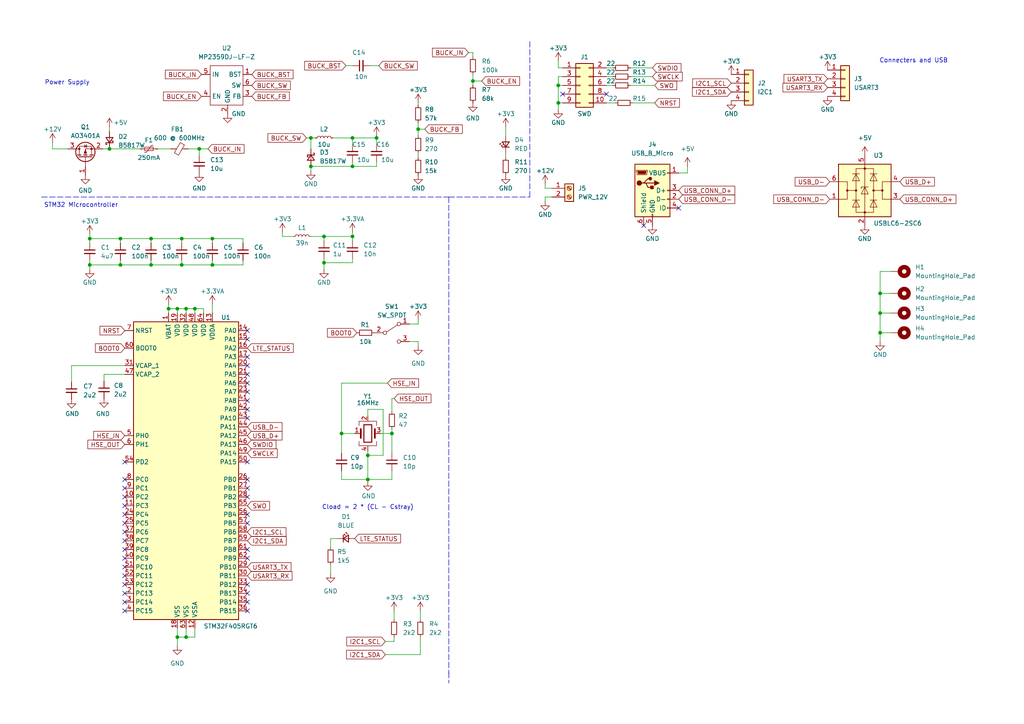
<source format=kicad_sch>
(kicad_sch (version 20211123) (generator eeschema)
  (paper "A4")
  (title_block (title "STM32_USB_Buck") (date "2022-05-16") (rev "v1.0") (company "Polar"))
  (lib_symbols
    (symbol "Connector:Screw_Terminal_01x02" (pin_names (offset 1.016) hide)
      (property "Reference" "J" (at 0 2.54 0))
      (property "Value" "Screw_Terminal_01x02" (at 0 -5.08 0))
      (symbol "Screw_Terminal_01x02_1_1"
        (pin passive line (at -5.08 0 0) (length 3.81) (name "Pin_1") (number "1"))
        (pin passive line (at -5.08 -2.54 0) (length 3.81) (name "Pin_2") (number "2"))
      )
    )
    (symbol "Connector:USB_B_Micro" (pin_names (offset 1.016))
      (property "Reference" "J" (at -5.08 11.43 0))
      (property "Value" "USB_B_Micro" (at -5.08 8.89 0))
      (symbol "USB_B_Micro_1_1"
        (pin power_out line (at 7.62 5.08 180) (length 2.54) (name "VBUS") (number "1"))
        (pin bidirectional line (at 7.62 -2.54 180) (length 2.54) (name "D-") (number "2"))
        (pin bidirectional line (at 7.62 0 180) (length 2.54) (name "D+") (number "3"))
        (pin passive line (at 7.62 -5.08 180) (length 2.54) (name "ID") (number "4"))
        (pin power_out line (at 0 -10.16 90) (length 2.54) (name "GND") (number "5"))
        (pin passive line (at -2.54 -10.16 90) (length 2.54) (name "Shield") (number "6"))
      )
    )
    (symbol "Connector_Generic:Conn_01x04" (pin_names (offset 1.016) hide)
      (property "Reference" "J" (at 0 5.08 0))
      (property "Value" "Conn_01x04" (at 0 -7.62 0))
      (symbol "Conn_01x04_1_1"
        (pin passive line (at -5.08 2.54 0) (length 3.81) (name "Pin_1") (number "1"))
        (pin passive line (at -5.08 0 0) (length 3.81) (name "Pin_2") (number "2"))
        (pin passive line (at -5.08 -2.54 0) (length 3.81) (name "Pin_3") (number "3"))
        (pin passive line (at -5.08 -5.08 0) (length 3.81) (name "Pin_4") (number "4"))
      )
    )
    (symbol "Connector_Generic:Conn_02x05_Odd_Even" (pin_names (offset 1.016) hide)
      (property "Reference" "J" (at 1.27 7.62 0))
      (property "Value" "Conn_02x05_Odd_Even" (at 1.27 -7.62 0))
      (symbol "Conn_02x05_Odd_Even_1_1"
        (pin passive line (at -5.08 5.08 0) (length 3.81) (name "Pin_1") (number "1"))
        (pin passive line (at 7.62 -5.08 180) (length 3.81) (name "Pin_10") (number "10"))
        (pin passive line (at 7.62 5.08 180) (length 3.81) (name "Pin_2") (number "2"))
        (pin passive line (at -5.08 2.54 0) (length 3.81) (name "Pin_3") (number "3"))
        (pin passive line (at 7.62 2.54 180) (length 3.81) (name "Pin_4") (number "4"))
        (pin passive line (at -5.08 0 0) (length 3.81) (name "Pin_5") (number "5"))
        (pin passive line (at 7.62 0 180) (length 3.81) (name "Pin_6") (number "6"))
        (pin passive line (at -5.08 -2.54 0) (length 3.81) (name "Pin_7") (number "7"))
        (pin passive line (at 7.62 -2.54 180) (length 3.81) (name "Pin_8") (number "8"))
        (pin passive line (at -5.08 -5.08 0) (length 3.81) (name "Pin_9") (number "9"))
      )
    )
    (symbol "Device:C_Small" (pin_numbers hide) (pin_names (offset 0.254) hide)
      (property "Reference" "C" (at 0.254 1.778 0))
      (property "Value" "C_Small" (at 0.254 -2.032 0))
      (symbol "C_Small_1_1"
        (pin passive line (at 0 2.54 270) (length 2.032) (name "~") (number "1"))
        (pin passive line (at 0 -2.54 90) (length 2.032) (name "~") (number "2"))
      )
    )
    (symbol "Device:Crystal_GND24" (pin_names (offset 1.016) hide)
      (property "Reference" "Y" (at 3.175 5.08 0))
      (property "Value" "Crystal_GND24" (at 3.175 3.175 0))
      (symbol "Crystal_GND24_1_1"
        (pin passive line (at -3.81 0 0) (length 1.27) (name "1") (number "1"))
        (pin passive line (at 0 5.08 270) (length 1.27) (name "2") (number "2"))
        (pin passive line (at 3.81 0 180) (length 1.27) (name "3") (number "3"))
        (pin passive line (at 0 -5.08 90) (length 1.27) (name "4") (number "4"))
      )
    )
    (symbol "Device:D_Schottky_Small" (pin_numbers hide) (pin_names (offset 0.254) hide)
      (property "Reference" "D" (at -1.27 2.032 0))
      (property "Value" "D_Schottky_Small" (at -7.112 -2.032 0))
      (symbol "D_Schottky_Small_1_1"
        (pin passive line (at -2.54 0 0) (length 1.778) (name "K") (number "1"))
        (pin passive line (at 2.54 0 180) (length 1.778) (name "A") (number "2"))
      )
    )
    (symbol "Device:FerriteBead_Small" (pin_numbers hide) (pin_names (offset 0))
      (property "Reference" "FB" (at 1.905 1.27 0))
      (property "Value" "FerriteBead_Small" (at 1.905 -1.27 0))
      (symbol "FerriteBead_Small_1_1"
        (pin passive line (at 0 2.54 270) (length 1.27) (name "~") (number "1"))
        (pin passive line (at 0 -2.54 90) (length 1.27) (name "~") (number "2"))
      )
    )
    (symbol "Device:LED_Small" (pin_numbers hide) (pin_names (offset 0.254) hide)
      (property "Reference" "D" (at -1.27 3.175 0))
      (property "Value" "LED_Small" (at -4.445 -2.54 0))
      (symbol "LED_Small_1_1"
        (pin passive line (at -2.54 0 0) (length 1.778) (name "K") (number "1"))
        (pin passive line (at 2.54 0 180) (length 1.778) (name "A") (number "2"))
      )
    )
    (symbol "Device:L_Small" (pin_numbers hide) (pin_names (offset 0.254) hide)
      (property "Reference" "L" (at 0.762 1.016 0))
      (property "Value" "L_Small" (at 0.762 -1.016 0))
      (symbol "L_Small_1_1"
        (pin passive line (at 0 2.54 270) (length 0.508) (name "~") (number "1"))
        (pin passive line (at 0 -2.54 90) (length 0.508) (name "~") (number "2"))
      )
    )
    (symbol "Device:Polyfuse_Small" (pin_numbers hide) (pin_names (offset 0))
      (property "Reference" "F" (at -1.905 0 90))
      (property "Value" "Polyfuse_Small" (at 1.905 0 90))
      (symbol "Polyfuse_Small_1_1"
        (pin passive line (at 0 2.54 270) (length 0.635) (name "~") (number "1"))
        (pin passive line (at 0 -2.54 90) (length 0.635) (name "~") (number "2"))
      )
    )
    (symbol "Device:R_Small" (pin_numbers hide) (pin_names (offset 0.254) hide)
      (property "Reference" "R" (at 0.762 0.508 0))
      (property "Value" "R_Small" (at 0.762 -1.016 0))
      (symbol "R_Small_1_1"
        (pin passive line (at 0 2.54 270) (length 0.762) (name "~") (number "1"))
        (pin passive line (at 0 -2.54 90) (length 0.762) (name "~") (number "2"))
      )
    )
    (symbol "MCU_ST_STM32F4:STM32F405RGTx"
      (property "Reference" "U" (at -15.24 44.45 0))
      (property "Value" "STM32F405RGTx" (at 10.16 44.45 0))
      (symbol "STM32F405RGTx_1_1"
        (pin power_in line (at -5.08 45.72 270) (length 2.54) (name "VBAT") (number "1"))
        (pin bidirectional line (at -17.78 -7.62 0) (length 2.54) (name "PC2") (number "10"))
        (pin bidirectional line (at -17.78 -10.16 0) (length 2.54) (name "PC3") (number "11"))
        (pin power_in line (at 2.54 -45.72 90) (length 2.54) (name "VSSA") (number "12"))
        (pin power_in line (at 7.62 45.72 270) (length 2.54) (name "VDDA") (number "13"))
        (pin bidirectional line (at 17.78 40.64 180) (length 2.54) (name "PA0") (number "14"))
        (pin bidirectional line (at 17.78 38.1 180) (length 2.54) (name "PA1") (number "15"))
        (pin bidirectional line (at 17.78 35.56 180) (length 2.54) (name "PA2") (number "16"))
        (pin bidirectional line (at 17.78 33.02 180) (length 2.54) (name "PA3") (number "17"))
        (pin power_in line (at -2.54 -45.72 90) (length 2.54) (name "VSS") (number "18"))
        (pin power_in line (at -2.54 45.72 270) (length 2.54) (name "VDD") (number "19"))
        (pin bidirectional line (at -17.78 -35.56 0) (length 2.54) (name "PC13") (number "2"))
        (pin bidirectional line (at 17.78 30.48 180) (length 2.54) (name "PA4") (number "20"))
        (pin bidirectional line (at 17.78 27.94 180) (length 2.54) (name "PA5") (number "21"))
        (pin bidirectional line (at 17.78 25.4 180) (length 2.54) (name "PA6") (number "22"))
        (pin bidirectional line (at 17.78 22.86 180) (length 2.54) (name "PA7") (number "23"))
        (pin bidirectional line (at -17.78 -12.7 0) (length 2.54) (name "PC4") (number "24"))
        (pin bidirectional line (at -17.78 -15.24 0) (length 2.54) (name "PC5") (number "25"))
        (pin bidirectional line (at 17.78 -2.54 180) (length 2.54) (name "PB0") (number "26"))
        (pin bidirectional line (at 17.78 -5.08 180) (length 2.54) (name "PB1") (number "27"))
        (pin bidirectional line (at 17.78 -7.62 180) (length 2.54) (name "PB2") (number "28"))
        (pin bidirectional line (at 17.78 -27.94 180) (length 2.54) (name "PB10") (number "29"))
        (pin bidirectional line (at -17.78 -38.1 0) (length 2.54) (name "PC14") (number "3"))
        (pin bidirectional line (at 17.78 -30.48 180) (length 2.54) (name "PB11") (number "30"))
        (pin power_in line (at -17.78 30.48 0) (length 2.54) (name "VCAP_1") (number "31"))
        (pin power_in line (at 0 45.72 270) (length 2.54) (name "VDD") (number "32"))
        (pin bidirectional line (at 17.78 -33.02 180) (length 2.54) (name "PB12") (number "33"))
        (pin bidirectional line (at 17.78 -35.56 180) (length 2.54) (name "PB13") (number "34"))
        (pin bidirectional line (at 17.78 -38.1 180) (length 2.54) (name "PB14") (number "35"))
        (pin bidirectional line (at 17.78 -40.64 180) (length 2.54) (name "PB15") (number "36"))
        (pin bidirectional line (at -17.78 -17.78 0) (length 2.54) (name "PC6") (number "37"))
        (pin bidirectional line (at -17.78 -20.32 0) (length 2.54) (name "PC7") (number "38"))
        (pin bidirectional line (at -17.78 -22.86 0) (length 2.54) (name "PC8") (number "39"))
        (pin bidirectional line (at -17.78 -40.64 0) (length 2.54) (name "PC15") (number "4"))
        (pin bidirectional line (at -17.78 -25.4 0) (length 2.54) (name "PC9") (number "40"))
        (pin bidirectional line (at 17.78 20.32 180) (length 2.54) (name "PA8") (number "41"))
        (pin bidirectional line (at 17.78 17.78 180) (length 2.54) (name "PA9") (number "42"))
        (pin bidirectional line (at 17.78 15.24 180) (length 2.54) (name "PA10") (number "43"))
        (pin bidirectional line (at 17.78 12.7 180) (length 2.54) (name "PA11") (number "44"))
        (pin bidirectional line (at 17.78 10.16 180) (length 2.54) (name "PA12") (number "45"))
        (pin bidirectional line (at 17.78 7.62 180) (length 2.54) (name "PA13") (number "46"))
        (pin power_in line (at -17.78 27.94 0) (length 2.54) (name "VCAP_2") (number "47"))
        (pin power_in line (at 2.54 45.72 270) (length 2.54) (name "VDD") (number "48"))
        (pin bidirectional line (at 17.78 5.08 180) (length 2.54) (name "PA14") (number "49"))
        (pin input line (at -17.78 10.16 0) (length 2.54) (name "PH0") (number "5"))
        (pin bidirectional line (at 17.78 2.54 180) (length 2.54) (name "PA15") (number "50"))
        (pin bidirectional line (at -17.78 -27.94 0) (length 2.54) (name "PC10") (number "51"))
        (pin bidirectional line (at -17.78 -30.48 0) (length 2.54) (name "PC11") (number "52"))
        (pin bidirectional line (at -17.78 -33.02 0) (length 2.54) (name "PC12") (number "53"))
        (pin bidirectional line (at -17.78 2.54 0) (length 2.54) (name "PD2") (number "54"))
        (pin bidirectional line (at 17.78 -10.16 180) (length 2.54) (name "PB3") (number "55"))
        (pin bidirectional line (at 17.78 -12.7 180) (length 2.54) (name "PB4") (number "56"))
        (pin bidirectional line (at 17.78 -15.24 180) (length 2.54) (name "PB5") (number "57"))
        (pin bidirectional line (at 17.78 -17.78 180) (length 2.54) (name "PB6") (number "58"))
        (pin bidirectional line (at 17.78 -20.32 180) (length 2.54) (name "PB7") (number "59"))
        (pin input line (at -17.78 7.62 0) (length 2.54) (name "PH1") (number "6"))
        (pin input line (at -17.78 35.56 0) (length 2.54) (name "BOOT0") (number "60"))
        (pin bidirectional line (at 17.78 -22.86 180) (length 2.54) (name "PB8") (number "61"))
        (pin bidirectional line (at 17.78 -25.4 180) (length 2.54) (name "PB9") (number "62"))
        (pin power_in line (at 0 -45.72 90) (length 2.54) (name "VSS") (number "63"))
        (pin power_in line (at 5.08 45.72 270) (length 2.54) (name "VDD") (number "64"))
        (pin input line (at -17.78 40.64 0) (length 2.54) (name "NRST") (number "7"))
        (pin bidirectional line (at -17.78 -2.54 0) (length 2.54) (name "PC0") (number "8"))
        (pin bidirectional line (at -17.78 -5.08 0) (length 2.54) (name "PC1") (number "9"))
      )
    )
    (symbol "Mechanical:MountingHole_Pad" (pin_numbers hide) (pin_names (offset 1.016) hide)
      (property "Reference" "H" (at 0 6.35 0))
      (property "Value" "MountingHole_Pad" (at 0 4.445 0))
      (symbol "MountingHole_Pad_1_1"
        (pin input line (at 0 -2.54 90) (length 2.54) (name "1") (number "1"))
      )
    )
    (symbol "Power_Protection:USBLC6-2SC6" (pin_names hide)
      (property "Reference" "U" (at 2.54 8.89 0))
      (property "Value" "USBLC6-2SC6" (at 2.54 -8.89 0))
      (symbol "USBLC6-2SC6_1_1"
        (pin passive line (at -10.16 -2.54 0) (length 2.54) (name "I/O1") (number "1"))
        (pin passive line (at 0 -10.16 90) (length 2.54) (name "GND") (number "2"))
        (pin passive line (at 10.16 -2.54 180) (length 2.54) (name "I/O2") (number "3"))
        (pin passive line (at 10.16 2.54 180) (length 2.54) (name "I/O2") (number "4"))
        (pin passive line (at 0 10.16 270) (length 2.54) (name "VBUS") (number "5"))
        (pin passive line (at -10.16 2.54 0) (length 2.54) (name "I/O1") (number "6"))
      )
    )
    (symbol "Switch:SW_SPDT" (pin_names (offset 0) hide)
      (property "Reference" "SW" (at 0 4.318 0))
      (property "Value" "SW_SPDT" (at 0 -5.08 0))
      (symbol "SW_SPDT_1_1"
        (pin passive line (at 5.08 2.54 180) (length 2.54) (name "A") (number "1"))
        (pin passive line (at -5.08 0 0) (length 2.54) (name "B") (number "2"))
        (pin passive line (at 5.08 -2.54 180) (length 2.54) (name "C") (number "3"))
      )
    )
    (symbol "Transistor_FET:AO3401A" (pin_names hide)
      (property "Reference" "Q" (at 5.08 1.905 0))
      (property "Value" "AO3401A" (at 5.08 0 0))
      (symbol "AO3401A_1_1"
        (pin input line (at -5.08 0 0) (length 2.54) (name "G") (number "1"))
        (pin passive line (at 2.54 -5.08 90) (length 2.54) (name "S") (number "2"))
        (pin passive line (at 2.54 5.08 270) (length 2.54) (name "D") (number "3"))
      )
    )
    (symbol "polarLibrary:MP2359DJ-LF-Z"
      (property "Reference" "U" (at 0.635 0.635 0))
      (property "Value" "MP2359DJ-LF-Z" (at 0.635 2.54 0))
      (symbol "MP2359DJ-LF-Z_1_1"
        (pin input line (at 8.255 -3.175 180) (length 2.54) (name "BST") (number "1"))
        (pin input line (at 1.27 -14.605 90) (length 2.54) (name "GND") (number "2"))
        (pin input line (at 8.255 -9.525 180) (length 2.54) (name "FB") (number "3"))
        (pin input line (at -6.35 -9.525 0) (length 2.54) (name "EN") (number "4"))
        (pin input line (at -6.35 -3.175 0) (length 2.54) (name "IN") (number "5"))
        (pin input line (at 8.255 -6.35 180) (length 2.54) (name "SW") (number "6"))
      )
    )
    (symbol "power:+12V" (power) (pin_names (offset 0))
      (property "Value" "+12V" (at 0 3.556 0))
      (symbol "+12V_1_1"
        (pin power_in line (at 0 0 90) (length 0) hide (name "+12V") (number "1"))
      )
    )
    (symbol "power:+3.3V" (power) (pin_names (offset 0))
      (property "Value" "+3.3V" (at 0 3.556 0))
      (symbol "+3.3V_1_1"
        (pin power_in line (at 0 0 90) (length 0) hide (name "+3V3") (number "1"))
      )
    )
    (symbol "power:+3.3VA" (power) (pin_names (offset 0))
      (property "Value" "+3.3VA" (at 0 3.556 0))
      (symbol "+3.3VA_1_1"
        (pin power_in line (at 0 0 90) (length 0) hide (name "+3.3VA") (number "1"))
      )
    )
    (symbol "power:+5V" (power) (pin_names (offset 0))
      (property "Value" "+5V" (at 0 3.556 0))
      (symbol "+5V_1_1"
        (pin power_in line (at 0 0 90) (length 0) hide (name "+5V") (number "1"))
      )
    )
    (symbol "power:GND" (power) (pin_names (offset 0))
      (property "Value" "GND" (at 0 -3.81 0))
      (symbol "GND_1_1"
        (pin power_in line (at 0 0 270) (length 0) hide (name "GND") (number "1"))
      )
    )
  )
  (junction (at 93.98 68.58))
  (junction (at 102.235 68.58))
  (junction (at 106.68 132.08))
  (junction (at 113.665 125.73))
  (junction (at 102.235 48.26))
  (junction (at 57.785 43.18))
  (junction (at 137.16 23.495))
  (junction (at 34.925 69.215))
  (junction (at 255.27 90.805))
  (junction (at 56.515 89.535))
  (junction (at 161.925 29.845))
  (junction (at 106.68 139.065))
  (junction (at 26.035 69.215))
  (junction (at 90.17 40.005))
  (junction (at 43.815 69.215))
  (junction (at 52.705 69.215))
  (junction (at 51.435 184.785))
  (junction (at 255.27 85.09))
  (junction (at 90.17 48.26))
  (junction (at 48.895 89.535))
  (junction (at 53.975 184.785))
  (junction (at 121.285 37.465))
  (junction (at 52.705 76.835))
  (junction (at 61.595 76.835))
  (junction (at 102.235 40.005))
  (junction (at 255.27 96.52))
  (junction (at 109.22 40.005))
  (junction (at 93.98 76.2))
  (junction (at 161.925 24.765))
  (junction (at 61.595 69.215))
  (junction (at 51.435 89.535))
  (junction (at 99.06 125.73))
  (junction (at 43.815 76.835))
  (junction (at 31.75 43.18))
  (junction (at 53.975 89.535))
  (junction (at 26.035 76.835))
  (junction (at 34.925 76.835))
  (no_connect (at 36.195 174.625))
  (no_connect (at 71.755 177.165))
  (no_connect (at 71.755 169.545))
  (no_connect (at 36.195 146.685))
  (no_connect (at 36.195 177.165))
  (no_connect (at 36.195 159.385))
  (no_connect (at 196.85 60.325))
  (no_connect (at 36.195 154.305))
  (no_connect (at 36.195 133.985))
  (no_connect (at 36.195 172.085))
  (no_connect (at 71.755 113.665))
  (no_connect (at 71.755 116.205))
  (no_connect (at 36.195 151.765))
  (no_connect (at 71.755 106.045))
  (no_connect (at 71.755 98.425))
  (no_connect (at 71.755 103.505))
  (no_connect (at 71.755 95.885))
  (no_connect (at 71.755 151.765))
  (no_connect (at 71.755 121.285))
  (no_connect (at 71.755 149.225))
  (no_connect (at 36.195 164.465))
  (no_connect (at 36.195 161.925))
  (no_connect (at 71.755 159.385))
  (no_connect (at 36.195 149.225))
  (no_connect (at 36.195 169.545))
  (no_connect (at 71.755 174.625))
  (no_connect (at 71.755 118.745))
  (no_connect (at 163.195 27.305))
  (no_connect (at 71.755 172.085))
  (no_connect (at 71.755 161.925))
  (no_connect (at 36.195 144.145))
  (no_connect (at 71.755 133.985))
  (no_connect (at 71.755 139.065))
  (no_connect (at 36.195 141.605))
  (no_connect (at 36.195 139.065))
  (no_connect (at 186.69 65.405))
  (no_connect (at 71.755 141.605))
  (no_connect (at 36.195 156.845))
  (no_connect (at 71.755 111.125))
  (no_connect (at 71.755 144.145))
  (no_connect (at 175.895 27.305))
  (no_connect (at 36.195 167.005))
  (no_connect (at 71.755 108.585))
  (wire (pts (xy 20.7518 110.7694) (xy 20.7518 106.045)))
  (wire (pts (xy 106.68 118.745) (xy 111.125 118.745)))
  (wire (pts (xy 61.595 76.835) (xy 70.485 76.835)))
  (wire (pts (xy 61.595 88.265) (xy 61.595 90.805)))
  (wire (pts (xy 26.035 69.215) (xy 26.035 70.485)))
  (wire (pts (xy 90.17 40.005) (xy 90.17 43.18)))
  (wire (pts (xy 182.88 24.765) (xy 189.865 24.765)))
  (wire (pts (xy 43.815 69.215) (xy 52.705 69.215)))
  (wire (pts (xy 43.815 69.215) (xy 43.815 70.485)))
  (wire (pts (xy 43.815 75.565) (xy 43.815 76.835)))
  (wire (pts (xy 114.3 115.57) (xy 113.665 115.57)))
  (wire (pts (xy 111.125 118.745) (xy 111.125 132.08)))
  (wire (pts (xy 113.665 139.065) (xy 113.665 136.525)))
  (wire (pts (xy 255.27 78.74) (xy 258.445 78.74)))
  (wire (pts (xy 52.705 75.565) (xy 52.705 76.835)))
  (wire (pts (xy 106.68 130.81) (xy 106.68 132.08)))
  (wire (pts (xy 113.665 124.46) (xy 113.665 125.73)))
  (wire (pts (xy 57.785 45.085) (xy 57.785 43.18)))
  (wire (pts (xy 48.895 89.535) (xy 51.435 89.535)))
  (wire (pts (xy 255.27 85.09) (xy 255.27 78.74)))
  (wire (pts (xy 81.915 67.31) (xy 81.915 68.58)))
  (wire (pts (xy 137.16 21.59) (xy 137.16 23.495)))
  (wire (pts (xy 31.75 36.83) (xy 31.75 38.1)))
  (wire (pts (xy 163.195 22.225) (xy 161.925 22.225)))
  (wire (pts (xy 102.235 48.26) (xy 109.22 48.26)))
  (wire (pts (xy 102.235 76.2) (xy 102.235 74.93)))
  (wire (pts (xy 56.515 89.535) (xy 59.055 89.535)))
  (wire (pts (xy 161.925 24.765) (xy 161.925 29.845)))
  (wire (pts (xy 100.33 19.05) (xy 102.235 19.05)))
  (wire (pts (xy 182.88 22.225) (xy 189.23 22.225)))
  (wire (pts (xy 161.925 29.845) (xy 161.925 31.75)))
  (wire (pts (xy 111.125 132.08) (xy 106.68 132.08)))
  (wire (pts (xy 99.06 136.525) (xy 99.06 139.065)))
  (wire (pts (xy 34.925 75.565) (xy 34.925 76.835)))
  (wire (pts (xy 161.925 29.845) (xy 163.195 29.845)))
  (wire (pts (xy 52.705 69.215) (xy 52.705 70.485)))
  (wire (pts (xy 255.27 90.805) (xy 258.445 90.805)))
  (wire (pts (xy 175.895 29.845) (xy 178.435 29.845)))
  (wire (pts (xy 114.3 177.165) (xy 114.3 179.705)))
  (wire (pts (xy 81.915 68.58) (xy 85.09 68.58)))
  (wire (pts (xy 121.92 177.165) (xy 121.92 179.705)))
  (wire (pts (xy 51.435 89.535) (xy 53.975 89.535)))
  (wire (pts (xy 102.235 40.005) (xy 102.235 41.91)))
  (wire (pts (xy 90.17 68.58) (xy 93.98 68.58)))
  (wire (pts (xy 88.9 40.005) (xy 90.17 40.005)))
  (wire (pts (xy 34.925 76.835) (xy 43.815 76.835)))
  (polyline (pts (xy 130.175 194.945) (xy 130.175 198.12)))
  (wire (pts (xy 121.285 44.45) (xy 121.285 45.72)))
  (wire (pts (xy 121.285 29.845) (xy 121.285 30.48)))
  (wire (pts (xy 95.885 163.83) (xy 95.885 166.37)))
  (wire (pts (xy 175.895 24.765) (xy 177.8 24.765)))
  (wire (pts (xy 70.485 76.835) (xy 70.485 75.565)))
  (wire (pts (xy 255.27 96.52) (xy 255.27 90.805)))
  (wire (pts (xy 48.895 88.265) (xy 48.895 89.535)))
  (wire (pts (xy 26.035 76.835) (xy 26.035 78.105)))
  (wire (pts (xy 51.435 184.785) (xy 53.975 184.785)))
  (wire (pts (xy 113.665 115.57) (xy 113.665 119.38)))
  (wire (pts (xy 182.88 19.685) (xy 189.23 19.685)))
  (wire (pts (xy 99.06 125.73) (xy 102.87 125.73)))
  (wire (pts (xy 26.035 67.945) (xy 26.035 69.215)))
  (wire (pts (xy 26.035 76.835) (xy 34.925 76.835)))
  (wire (pts (xy 34.925 69.215) (xy 34.925 70.485)))
  (wire (pts (xy 121.285 35.56) (xy 121.285 37.465)))
  (wire (pts (xy 102.235 68.58) (xy 102.235 69.85)))
  (wire (pts (xy 158.115 54.61) (xy 158.115 53.34)))
  (wire (pts (xy 135.89 15.24) (xy 137.16 15.24)))
  (wire (pts (xy 102.235 40.005) (xy 109.22 40.005)))
  (wire (pts (xy 121.92 184.785) (xy 121.92 189.865)))
  (polyline (pts (xy 130.175 57.15) (xy 130.175 195.58)))
  (wire (pts (xy 61.595 69.215) (xy 61.595 70.485)))
  (wire (pts (xy 121.285 99.06) (xy 121.285 100.33)))
  (wire (pts (xy 161.925 17.78) (xy 161.925 19.685)))
  (wire (pts (xy 109.22 40.005) (xy 109.22 39.37)))
  (wire (pts (xy 53.975 184.785) (xy 56.515 184.785)))
  (wire (pts (xy 255.27 85.09) (xy 258.445 85.09)))
  (wire (pts (xy 99.06 139.065) (xy 106.68 139.065)))
  (wire (pts (xy 52.705 76.835) (xy 61.595 76.835)))
  (wire (pts (xy 199.39 48.26) (xy 199.39 50.165)))
  (polyline (pts (xy 130.175 57.15) (xy 153.67 57.15)))
  (wire (pts (xy 20.7518 106.045) (xy 36.195 106.045)))
  (wire (pts (xy 158.115 57.15) (xy 158.115 58.42)))
  (wire (pts (xy 111.76 189.865) (xy 121.92 189.865)))
  (wire (pts (xy 102.235 67.31) (xy 102.235 68.58)))
  (wire (pts (xy 118.745 93.98) (xy 121.285 93.98)))
  (wire (pts (xy 175.895 19.685) (xy 177.8 19.685)))
  (wire (pts (xy 121.285 92.71) (xy 121.285 93.98)))
  (wire (pts (xy 109.22 40.005) (xy 109.22 41.91)))
  (wire (pts (xy 31.75 43.18) (xy 40.64 43.18)))
  (wire (pts (xy 57.785 43.18) (xy 60.325 43.18)))
  (wire (pts (xy 255.27 99.06) (xy 255.27 96.52)))
  (wire (pts (xy 30.1752 108.585) (xy 36.195 108.585)))
  (wire (pts (xy 112.395 111.125) (xy 99.06 111.125)))
  (wire (pts (xy 110.49 125.73) (xy 113.665 125.73)))
  (wire (pts (xy 106.68 120.65) (xy 106.68 118.745)))
  (wire (pts (xy 93.98 68.58) (xy 102.235 68.58)))
  (wire (pts (xy 118.745 99.06) (xy 121.285 99.06)))
  (wire (pts (xy 59.055 89.535) (xy 59.055 90.805)))
  (wire (pts (xy 53.975 182.245) (xy 53.975 184.785)))
  (wire (pts (xy 121.285 37.465) (xy 123.19 37.465)))
  (wire (pts (xy 102.235 46.99) (xy 102.235 48.26)))
  (wire (pts (xy 183.515 29.845) (xy 189.865 29.845)))
  (wire (pts (xy 51.435 182.245) (xy 51.435 184.785)))
  (wire (pts (xy 111.76 186.055) (xy 114.3 186.055)))
  (wire (pts (xy 51.435 89.535) (xy 51.435 90.805)))
  (wire (pts (xy 29.845 43.18) (xy 31.75 43.18)))
  (wire (pts (xy 30.1752 108.585) (xy 30.1752 110.5408)))
  (wire (pts (xy 199.39 50.165) (xy 196.85 50.165)))
  (wire (pts (xy 175.895 22.225) (xy 177.8 22.225)))
  (wire (pts (xy 160.02 57.15) (xy 158.115 57.15)))
  (wire (pts (xy 137.16 15.24) (xy 137.16 16.51)))
  (wire (pts (xy 26.035 69.215) (xy 34.925 69.215)))
  (wire (pts (xy 106.68 139.065) (xy 113.665 139.065)))
  (wire (pts (xy 93.98 68.58) (xy 93.98 69.85)))
  (wire (pts (xy 93.98 76.2) (xy 102.235 76.2)))
  (wire (pts (xy 15.24 43.18) (xy 19.685 43.18)))
  (wire (pts (xy 61.595 75.565) (xy 61.595 76.835)))
  (wire (pts (xy 51.435 184.785) (xy 51.435 187.325)))
  (wire (pts (xy 106.68 132.08) (xy 106.68 139.065)))
  (wire (pts (xy 97.79 156.21) (xy 95.885 156.21)))
  (wire (pts (xy 53.975 89.535) (xy 53.975 90.805)))
  (wire (pts (xy 161.925 22.225) (xy 161.925 24.765)))
  (wire (pts (xy 48.895 89.535) (xy 48.895 90.805)))
  (wire (pts (xy 52.705 69.215) (xy 61.595 69.215)))
  (wire (pts (xy 146.685 44.45) (xy 146.685 45.72)))
  (wire (pts (xy 56.515 182.245) (xy 56.515 184.785)))
  (wire (pts (xy 90.17 48.26) (xy 102.235 48.26)))
  (wire (pts (xy 93.98 76.2) (xy 93.98 78.105)))
  (wire (pts (xy 57.785 43.18) (xy 54.61 43.18)))
  (wire (pts (xy 255.27 90.805) (xy 255.27 85.09)))
  (wire (pts (xy 137.16 23.495) (xy 139.7 23.495)))
  (wire (pts (xy 121.285 37.465) (xy 121.285 39.37)))
  (wire (pts (xy 26.035 75.565) (xy 26.035 76.835)))
  (wire (pts (xy 43.815 76.835) (xy 52.705 76.835)))
  (wire (pts (xy 161.925 19.685) (xy 163.195 19.685)))
  (wire (pts (xy 61.595 69.215) (xy 70.485 69.215)))
  (wire (pts (xy 107.315 19.05) (xy 109.855 19.05)))
  (wire (pts (xy 161.925 24.765) (xy 163.195 24.765)))
  (wire (pts (xy 93.98 74.93) (xy 93.98 76.2)))
  (wire (pts (xy 90.17 48.26) (xy 90.17 49.53)))
  (wire (pts (xy 45.72 43.18) (xy 49.53 43.18)))
  (wire (pts (xy 96.52 40.005) (xy 102.235 40.005)))
  (wire (pts (xy 90.17 40.005) (xy 91.44 40.005)))
  (wire (pts (xy 113.665 125.73) (xy 113.665 131.445)))
  (wire (pts (xy 53.975 89.535) (xy 56.515 89.535)))
  (wire (pts (xy 95.885 156.21) (xy 95.885 158.75)))
  (wire (pts (xy 34.925 69.215) (xy 43.815 69.215)))
  (wire (pts (xy 99.06 131.445) (xy 99.06 125.73)))
  (wire (pts (xy 106.68 139.065) (xy 106.68 139.7)))
  (wire (pts (xy 160.02 54.61) (xy 158.115 54.61)))
  (wire (pts (xy 70.485 69.215) (xy 70.485 70.485)))
  (wire (pts (xy 109.22 46.99) (xy 109.22 48.26)))
  (wire (pts (xy 255.27 96.52) (xy 258.445 96.52)))
  (wire (pts (xy 146.685 36.83) (xy 146.685 39.37)))
  (wire (pts (xy 15.24 41.275) (xy 15.24 43.18)))
  (wire (pts (xy 99.06 111.125) (xy 99.06 125.73)))
  (wire (pts (xy 114.3 186.055) (xy 114.3 184.785)))
  (polyline (pts (xy 12.065 57.15) (xy 130.175 57.15)))
  (wire (pts (xy 56.515 89.535) (xy 56.515 90.805)))
  (polyline (pts (xy 153.67 57.15) (xy 153.67 12.065)))
  (wire (pts (xy 137.16 23.495) (xy 137.16 24.765)))
  (text "Cload = 2 * (CL - Cstray)" (at 120.015 147.955 180) (effects (font (size 1.27 1.27)) (justify right bottom)))
  (text "Power Supply" (at 26.035 24.765 180) (effects (font (size 1.27 1.27)) (justify right bottom)))
  (text "STM32 Microcontroller" (at 34.29 60.325 180) (effects (font (size 1.27 1.27)) (justify right bottom)))
  (text "Connecters and USB" (at 274.955 18.415 180) (effects (font (size 1.27 1.27)) (justify right bottom)))
  (global_label "BUCK_BST" (shape input) (at 100.33 19.05 180) (property "Intersheet References" "${INTERSHEET_REFS}" (effects hide)))
  (global_label "USB_CONN_D+" (shape input) (at 260.985 57.785 0) (property "Intersheet References" "${INTERSHEET_REFS}" (effects hide)))
  (global_label "SWCLK" (shape input) (at 71.755 131.445 0) (property "Intersheet References" "${INTERSHEET_REFS}" (effects hide)))
  (global_label "BUCK_IN" (shape input) (at 135.89 15.24 180) (property "Intersheet References" "${INTERSHEET_REFS}" (effects hide)))
  (global_label "BUCK_BST" (shape input) (at 73.025 21.59 0) (property "Intersheet References" "${INTERSHEET_REFS}" (effects hide)))
  (global_label "BOOT0" (shape input) (at 36.195 100.965 180) (property "Intersheet References" "${INTERSHEET_REFS}" (effects hide)))
  (global_label "LTE_STATUS" (shape input) (at 102.87 156.21 0) (property "Intersheet References" "${INTERSHEET_REFS}" (effects hide)))
  (global_label "BUCK_FB" (shape input) (at 123.19 37.465 0) (property "Intersheet References" "${INTERSHEET_REFS}" (effects hide)))
  (global_label "I2C1_SCL" (shape input) (at 111.76 186.055 180) (property "Intersheet References" "${INTERSHEET_REFS}" (effects hide)))
  (global_label "HSE_OUT" (shape input) (at 36.195 128.905 180) (property "Intersheet References" "${INTERSHEET_REFS}" (effects hide)))
  (global_label "I2C1_SCL" (shape input) (at 212.09 24.13 180) (property "Intersheet References" "${INTERSHEET_REFS}" (effects hide)))
  (global_label "USB_CONN_D-" (shape input) (at 196.85 57.785 0) (property "Intersheet References" "${INTERSHEET_REFS}" (effects hide)))
  (global_label "NRST" (shape input) (at 189.865 29.845 0) (property "Intersheet References" "${INTERSHEET_REFS}" (effects hide)))
  (global_label "USB_D-" (shape input) (at 71.755 123.825 0) (property "Intersheet References" "${INTERSHEET_REFS}" (effects hide)))
  (global_label "USB_CONN_D+" (shape input) (at 196.85 55.245 0) (property "Intersheet References" "${INTERSHEET_REFS}" (effects hide)))
  (global_label "HSE_IN" (shape input) (at 36.195 126.365 180) (property "Intersheet References" "${INTERSHEET_REFS}" (effects hide)))
  (global_label "BUCK_IN" (shape input) (at 58.42 21.59 180) (property "Intersheet References" "${INTERSHEET_REFS}" (effects hide)))
  (global_label "SWDIO" (shape input) (at 189.23 19.685 0) (property "Intersheet References" "${INTERSHEET_REFS}" (effects hide)))
  (global_label "BUCK_EN" (shape input) (at 58.42 27.94 180) (property "Intersheet References" "${INTERSHEET_REFS}" (effects hide)))
  (global_label "BUCK_FB" (shape input) (at 73.025 27.94 0) (property "Intersheet References" "${INTERSHEET_REFS}" (effects hide)))
  (global_label "USART3_RX" (shape input) (at 240.03 25.4 180) (property "Intersheet References" "${INTERSHEET_REFS}" (effects hide)))
  (global_label "SWDIO" (shape input) (at 71.755 128.905 0) (property "Intersheet References" "${INTERSHEET_REFS}" (effects hide)))
  (global_label "NRST" (shape input) (at 36.195 95.885 180) (property "Intersheet References" "${INTERSHEET_REFS}" (effects hide)))
  (global_label "BOOT0" (shape input) (at 103.505 96.52 180) (property "Intersheet References" "${INTERSHEET_REFS}" (effects hide)))
  (global_label "USART3_TX" (shape input) (at 71.755 164.465 0) (property "Intersheet References" "${INTERSHEET_REFS}" (effects hide)))
  (global_label "BUCK_SW" (shape input) (at 109.855 19.05 0) (property "Intersheet References" "${INTERSHEET_REFS}" (effects hide)))
  (global_label "I2C1_SDA" (shape input) (at 212.09 26.67 180) (property "Intersheet References" "${INTERSHEET_REFS}" (effects hide)))
  (global_label "USART3_RX" (shape input) (at 71.755 167.005 0) (property "Intersheet References" "${INTERSHEET_REFS}" (effects hide)))
  (global_label "HSE_OUT" (shape input) (at 114.3 115.57 0) (property "Intersheet References" "${INTERSHEET_REFS}" (effects hide)))
  (global_label "USB_D+" (shape input) (at 71.755 126.365 0) (property "Intersheet References" "${INTERSHEET_REFS}" (effects hide)))
  (global_label "HSE_IN" (shape input) (at 112.395 111.125 0) (property "Intersheet References" "${INTERSHEET_REFS}" (effects hide)))
  (global_label "LTE_STATUS" (shape input) (at 71.755 100.965 0) (property "Intersheet References" "${INTERSHEET_REFS}" (effects hide)))
  (global_label "USB_D-" (shape input) (at 240.665 52.705 180) (property "Intersheet References" "${INTERSHEET_REFS}" (effects hide)))
  (global_label "USB_CONN_D-" (shape input) (at 240.665 57.785 180) (property "Intersheet References" "${INTERSHEET_REFS}" (effects hide)))
  (global_label "USB_D+" (shape input) (at 260.985 52.705 0) (property "Intersheet References" "${INTERSHEET_REFS}" (effects hide)))
  (global_label "BUCK_SW" (shape input) (at 73.025 24.765 0) (property "Intersheet References" "${INTERSHEET_REFS}" (effects hide)))
  (global_label "BUCK_SW" (shape input) (at 88.9 40.005 180) (property "Intersheet References" "${INTERSHEET_REFS}" (effects hide)))
  (global_label "I2C1_SDA" (shape input) (at 111.76 189.865 180) (property "Intersheet References" "${INTERSHEET_REFS}" (effects hide)))
  (global_label "SWCLK" (shape input) (at 189.23 22.225 0) (property "Intersheet References" "${INTERSHEET_REFS}" (effects hide)))
  (global_label "I2C1_SDA" (shape input) (at 71.755 156.845 0) (property "Intersheet References" "${INTERSHEET_REFS}" (effects hide)))
  (global_label "BUCK_EN" (shape input) (at 139.7 23.495 0) (property "Intersheet References" "${INTERSHEET_REFS}" (effects hide)))
  (global_label "SWO" (shape input) (at 189.865 24.765 0) (property "Intersheet References" "${INTERSHEET_REFS}" (effects hide)))
  (global_label "BUCK_IN" (shape input) (at 60.325 43.18 0) (property "Intersheet References" "${INTERSHEET_REFS}" (effects hide)))
  (global_label "I2C1_SCL" (shape input) (at 71.755 154.305 0) (property "Intersheet References" "${INTERSHEET_REFS}" (effects hide)))
  (global_label "SWO" (shape input) (at 71.755 146.685 0) (property "Intersheet References" "${INTERSHEET_REFS}" (effects hide)))
  (global_label "USART3_TX" (shape input) (at 240.03 22.86 180) (property "Intersheet References" "${INTERSHEET_REFS}" (effects hide)))
  (symbol (lib_id "power:GND") (at 106.68 139.7 0) (unit 1)
    (property "Reference" "#PWR0120" (effects hide))
    (property "Value" "GND" (at 106.8832 143.8656 0))
  )
  (symbol (lib_id "Device:Polyfuse_Small") (at 43.18 43.18 90) (unit 1)
    (property "Reference" "F1" (at 43.18 40.64 90))
    (property "Value" "250mA" (at 43.18 45.72 90))
    (property "Footprint" "Fuse:Fuse_1206_3216Metric" (effects hide))
    (property "LCSC Part #" "C135336" (effects hide))
  )
  (symbol (lib_id "Device:R_Small") (at 180.34 22.225 90) (unit 1)
    (property "Reference" "R13" (at 185.42 20.955 90))
    (property "Value" "22" (at 177.165 20.955 90))
    (property "Footprint" "Resistor_SMD:R_0402_1005Metric" (effects hide))
    (property "LCSC Part #" "C25092" (effects hide))
  )
  (symbol (lib_id "Device:C_Small") (at 102.235 44.45 180) (unit 1)
    (property "Reference" "C15" (at 106.045 41.91 0) (effects (justify left)))
    (property "Value" "10u" (at 107.315 46.355 0) (effects (justify left)))
    (property "Footprint" "Capacitor_SMD:C_1206_3216Metric" (effects hide))
    (property "LCSC Part #" "C13585" (effects hide))
  )
  (symbol (lib_id "Device:C_Small") (at 70.485 73.025 0) (unit 1)
    (property "Reference" "C6" (at 73.66 71.7612 0) (effects (justify left)))
    (property "Value" "100n" (at 73.66 74.3012 0) (effects (justify left)))
    (property "Footprint" "Capacitor_SMD:C_0402_1005Metric" (effects hide))
    (property "LCSC Part #" "C307331" (effects hide))
  )
  (symbol (lib_id "Device:FerriteBead_Small") (at 52.07 43.18 90) (unit 1)
    (property "Reference" "FB1" (at 51.435 37.465 90))
    (property "Value" "600 @ 600MHz" (at 52.0319 40.005 90))
    (property "Footprint" "Inductor_SMD:L_0805_2012Metric" (effects hide))
    (property "LCSC Part #" "C1017" (effects hide))
  )
  (symbol (lib_id "power:+3.3VA") (at 102.235 67.31 0) (unit 1)
    (property "Reference" "#PWR0122" (effects hide))
    (property "Value" "+3.3VA" (at 102.235 63.5 0))
  )
  (symbol (lib_id "Device:R_Small") (at 121.285 48.26 0) (unit 1)
    (property "Reference" "R10" (at 123.19 46.9899 0) (effects (justify left)))
    (property "Value" "15k" (at 123.19 49.5299 0) (effects (justify left)))
    (property "Footprint" "Resistor_SMD:R_0603_1608Metric" (effects hide))
    (property "LCSC Part #" "C22809" (effects hide))
  )
  (symbol (lib_id "power:+3.3V") (at 114.3 177.165 0) (unit 1)
    (property "Reference" "#PWR0113" (effects hide))
    (property "Value" "+3.3V" (at 114.3 173.355 0))
  )
  (symbol (lib_id "Device:R_Small") (at 137.16 27.305 0) (unit 1)
    (property "Reference" "R7" (at 139.7 26.0349 0) (effects (justify left)))
    (property "Value" "68k" (at 139.7 28.5749 0) (effects (justify left)))
    (property "Footprint" "Resistor_SMD:R_0603_1608Metric" (effects hide))
    (property "LCSC Part #" "C23231" (effects hide))
  )
  (symbol (lib_id "power:+3.3V") (at 26.035 67.945 0) (unit 1)
    (property "Reference" "#PWR0104" (effects hide))
    (property "Value" "+3.3V" (at 26.035 64.135 0))
  )
  (symbol (lib_id "Connector:USB_B_Micro") (at 189.23 55.245 0) (unit 1)
    (property "Reference" "J4" (at 189.23 41.91 0))
    (property "Value" "USB_B_Micro" (at 189.23 44.45 0))
    (property "Footprint" "Connector_USB:USB_Micro-B_Wuerth_629105150521" (effects hide))
  )
  (symbol (lib_id "power:+3.3V") (at 240.03 20.32 0) (unit 1)
    (property "Reference" "#PWR0135" (effects hide))
    (property "Value" "+3.3V" (at 240.03 16.51 0))
  )
  (symbol (lib_id "power:+3.3V") (at 81.915 67.31 0) (unit 1)
    (property "Reference" "#PWR0121" (effects hide))
    (property "Value" "+3.3V" (at 81.915 63.5 0))
  )
  (symbol (lib_id "power:+3.3V") (at 212.09 21.59 0) (unit 1)
    (property "Reference" "#PWR0140" (effects hide))
    (property "Value" "+3.3V" (at 212.09 17.78 0))
  )
  (symbol (lib_id "power:+3.3V") (at 48.895 88.265 0) (unit 1)
    (property "Reference" "#PWR0106" (effects hide))
    (property "Value" "+3.3V" (at 48.895 84.455 0))
  )
  (symbol (lib_id "Device:R_Small") (at 113.665 121.92 0) (unit 1)
    (property "Reference" "R2" (at 115.57 120.6499 0) (effects (justify left)))
    (property "Value" "47" (at 115.57 123.1899 0) (effects (justify left)))
    (property "Footprint" "Resistor_SMD:R_0402_1005Metric" (effects hide))
    (property "LCSC Part #" "C25792" (effects hide))
  )
  (symbol (lib_id "Device:C_Small") (at 52.705 73.025 0) (unit 1)
    (property "Reference" "C4" (at 55.88 71.7612 0) (effects (justify left)))
    (property "Value" "100n" (at 55.88 74.3012 0) (effects (justify left)))
    (property "Footprint" "Capacitor_SMD:C_0402_1005Metric" (effects hide))
    (property "LCSC Part #" "C307331" (effects hide))
  )
  (symbol (lib_id "Connector_Generic:Conn_01x04") (at 217.17 24.13 0) (unit 1)
    (property "Reference" "J2" (at 219.71 24.1299 0) (effects (justify left)))
    (property "Value" "I2C1" (at 219.71 26.6699 0) (effects (justify left)))
    (property "Footprint" "Connector_Molex:Molex_PicoBlade_53047-0410_1x04_P1.25mm_Vertical" (effects hide))
  )
  (symbol (lib_id "power:GND") (at 250.825 65.405 0) (unit 1)
    (property "Reference" "#PWR0134" (effects hide))
    (property "Value" "GND" (at 250.825 69.215 0))
  )
  (symbol (lib_id "Connector:Screw_Terminal_01x02") (at 165.1 54.61 0) (unit 1)
    (property "Reference" "J5" (at 167.64 54.6099 0) (effects (justify left)))
    (property "Value" "PWR_12V" (at 167.64 57.1499 0) (effects (justify left)))
    (property "Footprint" "TerminalBlock_Phoenix:TerminalBlock_Phoenix_PT-1,5-2-3.5-H_1x02_P3.50mm_Horizontal" (effects hide))
  )
  (symbol (lib_id "Device:C_Small") (at 34.925 73.025 0) (unit 1)
    (property "Reference" "C2" (at 38.1 71.7612 0) (effects (justify left)))
    (property "Value" "100n" (at 38.1 74.3012 0) (effects (justify left)))
    (property "Footprint" "Capacitor_SMD:C_0402_1005Metric" (effects hide))
    (property "LCSC Part #" "C307331" (effects hide))
  )
  (symbol (lib_id "Device:R_Small") (at 106.045 96.52 90) (unit 1)
    (property "Reference" "R1" (at 105.8926 94.2086 90))
    (property "Value" "10k" (at 106.045 99.0854 90))
    (property "Footprint" "Resistor_SMD:R_0402_1005Metric" (effects hide))
    (property "LCSC Part #" "C25744" (effects hide))
  )
  (symbol (lib_id "power:GND") (at 57.785 50.165 0) (unit 1)
    (property "Reference" "#PWR0101" (effects hide))
    (property "Value" "GND" (at 57.785 54.61 0))
  )
  (symbol (lib_id "Device:C_Small") (at 30.1752 113.0808 0) (unit 1)
    (property "Reference" "C8" (at 33.02 111.817 0) (effects (justify left)))
    (property "Value" "2u2" (at 33.02 114.357 0) (effects (justify left)))
    (property "Footprint" "Capacitor_SMD:C_0603_1608Metric" (effects hide))
    (property "LCSC Part #" "C23630" (effects hide))
  )
  (symbol (lib_id "power:GND") (at 240.03 27.94 0) (unit 1)
    (property "Reference" "#PWR0136" (effects hide))
    (property "Value" "GND" (at 240.03 31.75 0))
  )
  (symbol (lib_id "polarLibrary:MP2359DJ-LF-Z") (at 64.77 18.415 0) (unit 1)
    (property "Reference" "U2" (at 65.7225 13.97 0))
    (property "Value" "MP2359DJ-LF-Z" (at 65.7225 16.51 0))
    (property "Footprint" "Package_TO_SOT_SMD:SOT-23-6" (effects hide))
    (property "LCSC Part #" "C14259" (effects hide))
  )
  (symbol (lib_id "power:+3.3VA") (at 61.595 88.265 0) (unit 1)
    (property "Reference" "#PWR0108" (effects hide))
    (property "Value" "+3.3VA" (at 61.595 84.455 0))
  )
  (symbol (lib_id "power:GND") (at 212.09 29.21 0) (unit 1)
    (property "Reference" "#PWR0141" (effects hide))
    (property "Value" "GND" (at 212.09 33.02 0))
  )
  (symbol (lib_id "Device:C_Small") (at 102.235 72.39 0) (unit 1)
    (property "Reference" "C12" (at 105.41 71.1262 0) (effects (justify left)))
    (property "Value" "10n" (at 105.41 73.6662 0) (effects (justify left)))
    (property "Footprint" "Capacitor_SMD:C_0402_1005Metric" (effects hide))
    (property "LCSC Part #" "C15195" (effects hide))
  )
  (symbol (lib_id "Device:C_Small") (at 26.035 73.025 0) (unit 1)
    (property "Reference" "C1" (at 29.21 71.7612 0) (effects (justify left)))
    (property "Value" "4u7" (at 29.21 74.3012 0) (effects (justify left)))
    (property "Footprint" "Capacitor_SMD:C_0603_1608Metric" (effects hide))
    (property "LCSC Part #" "C19666" (effects hide))
  )
  (symbol (lib_id "Device:C_Small") (at 93.98 72.39 0) (unit 1)
    (property "Reference" "C11" (at 96.52 71.1262 0) (effects (justify left)))
    (property "Value" "1u" (at 96.52 73.6662 0) (effects (justify left)))
    (property "Footprint" "Capacitor_SMD:C_0402_1005Metric" (effects hide))
    (property "LCSC Part #" "C52923" (effects hide))
  )
  (symbol (lib_id "power:GND") (at 30.1752 115.6208 0) (unit 1)
    (property "Reference" "#PWR0125" (effects hide))
    (property "Value" "GND" (at 29.845 120.015 0))
  )
  (symbol (lib_id "Device:R_Small") (at 180.975 29.845 90) (unit 1)
    (property "Reference" "R15" (at 185.42 28.575 90))
    (property "Value" "22" (at 177.8 28.575 90))
    (property "Footprint" "Resistor_SMD:R_0402_1005Metric" (effects hide))
    (property "LCSC Part #" "C25092" (effects hide))
  )
  (symbol (lib_id "Device:R_Small") (at 114.3 182.245 0) (unit 1)
    (property "Reference" "R3" (at 116.84 180.9749 0) (effects (justify left)))
    (property "Value" "2k2" (at 116.84 183.5149 0) (effects (justify left)))
    (property "Footprint" "Resistor_SMD:R_0201_0603Metric" (effects hide))
    (property "LCSC Part #" "C166200" (effects hide))
  )
  (symbol (lib_id "power:+3.3V") (at 121.92 177.165 0) (unit 1)
    (property "Reference" "#PWR0111" (effects hide))
    (property "Value" "+3.3V" (at 121.92 173.355 0))
  )
  (symbol (lib_id "Device:D_Schottky_Small") (at 31.75 40.64 90) (unit 1)
    (property "Reference" "D2" (at 34.29 39.6239 90) (effects (justify right)))
    (property "Value" "B5817W" (at 34.29 42.1639 90) (effects (justify right)))
    (property "Footprint" "Diode_SMD:D_SOD-123" (effects hide))
    (property "LCSC Part #" "C8597" (effects hide))
  )
  (symbol (lib_id "Transistor_FET:AO3401A") (at 24.765 45.72 90) (unit 1)
    (property "Reference" "Q1" (at 24.765 36.83 90))
    (property "Value" "AO3401A" (at 24.765 39.37 90))
    (property "Footprint" "Package_TO_SOT_SMD:SOT-23" (effects hide))
    (property "Datasheet" "http://www.aosmd.com/pdfs/datasheet/AO3401A.pdf" (effects hide))
    (property "LCSC Part #" "C15127" (effects hide))
  )
  (symbol (lib_id "Device:C_Small") (at 20.7518 113.3094 0) (unit 1)
    (property "Reference" "C7" (at 24.13 112.0456 0) (effects (justify left)))
    (property "Value" "2u2" (at 24.13 114.5856 0) (effects (justify left)))
    (property "Footprint" "Capacitor_SMD:C_0603_1608Metric" (effects hide))
    (property "LCSC Part #" "C23630" (effects hide))
  )
  (symbol (lib_id "power:+3.3V") (at 146.685 36.83 0) (unit 1)
    (property "Reference" "#PWR0127" (effects hide))
    (property "Value" "+3.3V" (at 146.685 33.02 0))
  )
  (symbol (lib_id "Device:LED_Small") (at 146.685 41.91 90) (unit 1)
    (property "Reference" "D4" (at 149.225 40.5764 90) (effects (justify right)))
    (property "Value" "RED" (at 149.225 43.1164 90) (effects (justify right)))
    (property "Footprint" "LED_SMD:LED_0603_1608Metric" (effects hide))
    (property "LCSC Part #" "C2286" (effects hide))
  )
  (symbol (lib_id "Connector_Generic:Conn_01x04") (at 245.11 22.86 0) (unit 1)
    (property "Reference" "J3" (at 247.65 22.8599 0) (effects (justify left)))
    (property "Value" "USART3" (at 247.65 25.3999 0) (effects (justify left)))
    (property "Footprint" "Connector_Molex:Molex_PicoBlade_53047-0410_1x04_P1.25mm_Vertical" (effects hide))
  )
  (symbol (lib_id "power:+5V") (at 199.39 48.26 0) (unit 1)
    (property "Reference" "#PWR0138" (effects hide))
    (property "Value" "+5V" (at 199.39 43.18 0))
  )
  (symbol (lib_id "Device:C_Small") (at 57.785 47.625 0) (unit 1)
    (property "Reference" "C13" (at 60.96 46.3612 0) (effects (justify left)))
    (property "Value" "10u" (at 60.96 48.9012 0) (effects (justify left)))
    (property "Footprint" "Capacitor_SMD:C_1206_3216Metric" (effects hide))
    (property "LCSC Part #" "C13585" (effects hide))
  )
  (symbol (lib_id "Device:R_Small") (at 121.285 41.91 0) (unit 1)
    (property "Reference" "R9" (at 123.19 40.6399 0) (effects (justify left)))
    (property "Value" "270" (at 123.19 43.1799 0) (effects (justify left)))
    (property "Footprint" "Resistor_SMD:R_0603_1608Metric" (effects hide))
    (property "LCSC Part #" "C22966" (effects hide))
  )
  (symbol (lib_id "Device:L_Small") (at 93.98 40.005 90) (unit 1)
    (property "Reference" "L2" (at 93.98 37.465 90))
    (property "Value" "10u" (at 93.98 41.91 90))
    (property "Footprint" "Inductor_SMD:L_Sunlord_MWSA0518_5.4x5.2mm" (effects hide))
    (property "LCSC Part #" "C408412" (effects hide))
  )
  (symbol (lib_id "power:GND") (at 255.27 99.06 0) (unit 1)
    (property "Reference" "#PWR0133" (effects hide))
    (property "Value" "GND" (at 255.27 102.87 0))
  )
  (symbol (lib_id "Device:C_Small") (at 104.775 19.05 90) (unit 1)
    (property "Reference" "C14" (at 106.045 15.24 90) (effects (justify left)))
    (property "Value" "10n" (at 106.68 22.225 90) (effects (justify left)))
    (property "Footprint" "Capacitor_SMD:C_0603_1608Metric" (effects hide))
    (property "LCSC Part #" "C57112" (effects hide))
  )
  (symbol (lib_id "Mechanical:MountingHole_Pad") (at 260.985 78.74 270) (unit 1)
    (property "Reference" "H1" (at 265.43 77.4699 90) (effects (justify left)))
    (property "Value" "MountingHole_Pad" (at 265.43 80.0099 90) (effects (justify left)))
    (property "Footprint" "MountingHole:MountingHole_4.3mm_M4_Pad_Via" (effects hide))
  )
  (symbol (lib_id "power:GND") (at 24.765 50.8 0) (unit 1)
    (property "Reference" "#PWR0105" (effects hide))
    (property "Value" "GND" (at 24.765 55.245 0))
  )
  (symbol (lib_id "power:+3.3V") (at 121.285 92.71 0) (unit 1)
    (property "Reference" "#PWR0110" (effects hide))
    (property "Value" "+3.3V" (at 121.285 88.9 0))
  )
  (symbol (lib_id "Device:D_Schottky_Small") (at 90.17 45.72 270) (unit 1)
    (property "Reference" "D3" (at 92.71 44.1959 90) (effects (justify left)))
    (property "Value" "B5817W" (at 92.71 46.7359 90) (effects (justify left)))
    (property "Footprint" "Diode_SMD:D_SOD-123" (effects hide))
    (property "LCSC Part #" "C8597" (effects hide))
  )
  (symbol (lib_id "power:GND") (at 90.17 49.53 0) (unit 1)
    (property "Reference" "#PWR0119" (effects hide))
    (property "Value" "GND" (at 90.17 53.34 0))
  )
  (symbol (lib_id "power:+3.3V") (at 109.22 39.37 0) (unit 1)
    (property "Reference" "#PWR0117" (effects hide))
    (property "Value" "+3.3V" (at 109.22 35.56 0))
  )
  (symbol (lib_id "Device:L_Small") (at 87.63 68.58 90) (unit 1)
    (property "Reference" "L1" (at 87.63 66.04 90))
    (property "Value" "39n" (at 87.63 70.485 90))
    (property "Footprint" "Inductor_SMD:L_0402_1005Metric" (effects hide))
    (property "LCSC Part #" "C335623" (effects hide))
  )
  (symbol (lib_id "power:GND") (at 121.285 50.8 0) (unit 1)
    (property "Reference" "#PWR0118" (effects hide))
    (property "Value" "GND" (at 121.285 54.61 0))
  )
  (symbol (lib_id "Device:Crystal_GND24") (at 106.68 125.73 0) (unit 1)
    (property "Reference" "Y1" (at 106.68 114.935 0))
    (property "Value" "16MHz" (at 106.68 116.84 0))
    (property "Footprint" "Crystal:Crystal_SMD_3225-4Pin_3.2x2.5mm" (effects hide))
    (property "LCSC Part #" "C13738" (effects hide))
  )
  (symbol (lib_id "power:+5V") (at 250.825 45.085 0) (unit 1)
    (property "Reference" "#PWR0137" (effects hide))
    (property "Value" "+5V" (at 250.825 40.005 0))
  )
  (symbol (lib_id "Device:C_Small") (at 61.595 73.025 0) (unit 1)
    (property "Reference" "C5" (at 64.77 71.7612 0) (effects (justify left)))
    (property "Value" "100n" (at 64.77 74.3012 0) (effects (justify left)))
    (property "Footprint" "Capacitor_SMD:C_0402_1005Metric" (effects hide))
    (property "LCSC Part #" "C307331" (effects hide))
  )
  (symbol (lib_id "Mechanical:MountingHole_Pad") (at 260.985 90.805 270) (unit 1)
    (property "Reference" "H3" (at 265.43 89.5349 90) (effects (justify left)))
    (property "Value" "MountingHole_Pad" (at 265.43 92.0749 90) (effects (justify left)))
    (property "Footprint" "MountingHole:MountingHole_4.3mm_M4_Pad_Via" (effects hide))
  )
  (symbol (lib_id "power:+3.3V") (at 121.285 29.845 0) (unit 1)
    (property "Reference" "#PWR0116" (effects hide))
    (property "Value" "+3.3V" (at 121.285 26.035 0))
  )
  (symbol (lib_id "MCU_ST_STM32F4:STM32F405RGTx") (at 53.975 136.525 0) (unit 1)
    (property "Reference" "U1" (at 64.135 92.075 0) (effects (justify left)))
    (property "Value" "STM32F405RGT6" (at 59.055 181.61 0) (effects (justify left)))
    (property "Footprint" "Package_QFP:LQFP-64_10x10mm_P0.5mm" (effects hide))
    (property "Datasheet" "http://www.st.com/st-web-ui/static/active/en/resource/technical/document/datasheet/DM00037051.pdf" (effects hide))
    (property "LCSC Part #" "C15742" (effects hide))
  )
  (symbol (lib_id "power:GND") (at 66.04 33.02 0) (unit 1)
    (property "Reference" "#PWR0115" (effects hide))
    (property "Value" "GND" (at 69.215 33.02 0))
  )
  (symbol (lib_id "Device:R_Small") (at 121.285 33.02 0) (unit 1)
    (property "Reference" "R8" (at 123.19 31.7499 0) (effects (justify left)))
    (property "Value" "57k" (at 123.19 34.2899 0) (effects (justify left)))
    (property "Footprint" "Resistor_SMD:R_0603_1608Metric" (effects hide))
    (property "LCSC Part #" "C177435" (effects hide))
  )
  (symbol (lib_id "Device:R_Small") (at 146.685 48.26 0) (unit 1)
    (property "Reference" "R11" (at 149.225 46.9899 0) (effects (justify left)))
    (property "Value" "270" (at 149.225 49.5299 0) (effects (justify left)))
    (property "Footprint" "Resistor_SMD:R_0603_1608Metric" (effects hide))
    (property "LCSC Part #" "C22966" (effects hide))
  )
  (symbol (lib_id "power:+5V") (at 31.75 36.83 0) (unit 1)
    (property "Reference" "#PWR0102" (effects hide))
    (property "Value" "+5V" (at 34.925 35.56 0))
  )
  (symbol (lib_id "power:+12V") (at 15.24 41.275 0) (unit 1)
    (property "Reference" "#PWR0114" (effects hide))
    (property "Value" "+12V" (at 15.24 37.465 0))
  )
  (symbol (lib_id "power:+12V") (at 158.115 53.34 0) (unit 1)
    (property "Reference" "#PWR0129" (effects hide))
    (property "Value" "+12V" (at 158.115 49.53 0))
  )
  (symbol (lib_id "power:+3.3V") (at 161.925 17.78 0) (unit 1)
    (property "Reference" "#PWR0130" (effects hide))
    (property "Value" "+3.3V" (at 161.925 13.97 0))
  )
  (symbol (lib_id "power:GND") (at 20.7518 115.8494 0) (unit 1)
    (property "Reference" "#PWR0126" (effects hide))
    (property "Value" "GND" (at 20.955 120.015 0))
  )
  (symbol (lib_id "Connector_Generic:Conn_02x05_Odd_Even") (at 168.275 24.765 0) (unit 1)
    (property "Reference" "J1" (at 169.545 16.51 0))
    (property "Value" "SWD" (at 169.545 33.02 0))
    (property "Footprint" "Connector_PinHeader_1.27mm:PinHeader_2x05_P1.27mm_Vertical_SMD" (effects hide))
  )
  (symbol (lib_id "Device:C_Small") (at 113.665 133.985 0) (unit 1)
    (property "Reference" "C10" (at 116.84 132.7212 0) (effects (justify left)))
    (property "Value" "10p" (at 116.84 135.2612 0) (effects (justify left)))
    (property "Footprint" "Capacitor_SMD:C_0402_1005Metric" (effects hide))
    (property "LCSC Part #" "C32949" (effects hide))
  )
  (symbol (lib_id "Power_Protection:USBLC6-2SC6") (at 250.825 55.245 0) (unit 1)
    (property "Reference" "U3" (at 253.365 45.085 0) (effects (justify left)))
    (property "Value" "USBLC6-2SC6" (at 253.365 64.77 0) (effects (justify left)))
    (property "Footprint" "Package_TO_SOT_SMD:SOT-23-6" (effects hide))
    (property "Datasheet" "https://www.st.com/resource/en/datasheet/usblc6-2.pdf" (effects hide))
    (property "LCSC Part #" "C2827654" (effects hide))
  )
  (symbol (lib_id "power:GND") (at 26.035 78.105 0) (unit 1)
    (property "Reference" "#PWR0124" (effects hide))
    (property "Value" "GND" (at 26.035 81.915 0))
  )
  (symbol (lib_id "power:GND") (at 161.925 31.75 0) (unit 1)
    (property "Reference" "#PWR0128" (effects hide))
    (property "Value" "GND" (at 161.925 35.56 0))
  )
  (symbol (lib_id "Device:LED_Small") (at 100.33 156.21 0) (unit 1)
    (property "Reference" "D1" (at 100.3935 149.86 0))
    (property "Value" "BLUE" (at 100.3935 152.4 0))
    (property "Footprint" "LED_SMD:LED_0603_1608Metric" (effects hide))
    (property "LCSC Part #" "C72041" (effects hide))
  )
  (symbol (lib_id "power:GND") (at 137.16 29.845 0) (unit 1)
    (property "Reference" "#PWR0103" (effects hide))
    (property "Value" "GND" (at 137.16 34.29 0))
  )
  (symbol (lib_id "Device:C_Small") (at 43.815 73.025 0) (unit 1)
    (property "Reference" "C3" (at 46.99 71.7612 0) (effects (justify left)))
    (property "Value" "100n" (at 46.99 74.3012 0) (effects (justify left)))
    (property "Footprint" "Capacitor_SMD:C_0402_1005Metric" (effects hide))
    (property "LCSC Part #" "C307331" (effects hide))
  )
  (symbol (lib_id "Device:R_Small") (at 95.885 161.29 0) (unit 1)
    (property "Reference" "R5" (at 97.79 160.0199 0) (effects (justify left)))
    (property "Value" "1k5" (at 97.79 162.5599 0) (effects (justify left)))
    (property "Footprint" "Resistor_SMD:R_0603_1608Metric" (effects hide))
    (property "LCSC Part #" "C22843" (effects hide))
  )
  (symbol (lib_id "power:GND") (at 121.285 100.33 0) (unit 1)
    (property "Reference" "#PWR0109" (effects hide))
    (property "Value" "GND" (at 121.285 105.41 0))
  )
  (symbol (lib_id "power:GND") (at 93.98 78.105 0) (unit 1)
    (property "Reference" "#PWR0123" (effects hide))
    (property "Value" "GND" (at 93.98 81.915 0))
  )
  (symbol (lib_id "power:GND") (at 189.23 65.405 0) (unit 1)
    (property "Reference" "#PWR0139" (effects hide))
    (property "Value" "GND" (at 189.23 69.215 0))
  )
  (symbol (lib_id "power:GND") (at 158.115 58.42 0) (unit 1)
    (property "Reference" "#PWR0132" (effects hide))
    (property "Value" "GND" (at 158.115 62.23 0))
  )
  (symbol (lib_id "Mechanical:MountingHole_Pad") (at 260.985 85.09 270) (unit 1)
    (property "Reference" "H2" (at 265.43 83.8199 90) (effects (justify left)))
    (property "Value" "MountingHole_Pad" (at 265.43 86.3599 90) (effects (justify left)))
    (property "Footprint" "MountingHole:MountingHole_4.3mm_M4_Pad_Via" (effects hide))
  )
  (symbol (lib_id "power:GND") (at 146.685 50.8 0) (unit 1)
    (property "Reference" "#PWR0131" (effects hide))
    (property "Value" "GND" (at 146.685 54.61 0))
  )
  (symbol (lib_id "Device:C_Small") (at 109.22 44.45 180) (unit 1)
    (property "Reference" "C16" (at 113.03 41.91 0) (effects (justify left)))
    (property "Value" "10u" (at 114.3 46.355 0) (effects (justify left)))
    (property "Footprint" "Capacitor_SMD:C_1206_3216Metric" (effects hide))
    (property "LCSC Part #" "C13585" (effects hide))
  )
  (symbol (lib_id "power:GND") (at 51.435 187.325 0) (unit 1)
    (property "Reference" "#PWR0107" (effects hide))
    (property "Value" "GND" (at 51.435 192.405 0))
  )
  (symbol (lib_id "Mechanical:MountingHole_Pad") (at 260.985 96.52 270) (unit 1)
    (property "Reference" "H4" (at 265.43 95.2499 90) (effects (justify left)))
    (property "Value" "MountingHole_Pad" (at 265.43 97.7899 90) (effects (justify left)))
    (property "Footprint" "MountingHole:MountingHole_4.3mm_M4_Pad_Via" (effects hide))
  )
  (symbol (lib_id "Device:R_Small") (at 121.92 182.245 0) (unit 1)
    (property "Reference" "R4" (at 124.46 180.9749 0) (effects (justify left)))
    (property "Value" "2k2" (at 124.46 183.5149 0) (effects (justify left)))
    (property "Footprint" "Resistor_SMD:R_0201_0603Metric" (effects hide))
    (property "LCSC Part #" "C166200" (effects hide))
  )
  (symbol (lib_id "power:GND") (at 95.885 166.37 0) (unit 1)
    (property "Reference" "#PWR0112" (effects hide))
    (property "Value" "GND" (at 95.885 171.45 0))
  )
  (symbol (lib_id "Device:R_Small") (at 137.16 19.05 0) (unit 1)
    (property "Reference" "R6" (at 139.7 17.7799 0) (effects (justify left)))
    (property "Value" "100k" (at 139.7 20.3199 0) (effects (justify left)))
    (property "Footprint" "Resistor_SMD:R_0603_1608Metric" (effects hide))
    (property "LCSC Part #" "C22936" (effects hide))
  )
  (symbol (lib_id "Device:R_Small") (at 180.34 24.765 90) (unit 1)
    (property "Reference" "R14" (at 185.42 23.495 90))
    (property "Value" "22" (at 177.165 23.495 90))
    (property "Footprint" "Resistor_SMD:R_0402_1005Metric" (effects hide))
    (property "LCSC Part #" "C25092" (effects hide))
  )
  (symbol (lib_id "Device:C_Small") (at 99.06 133.985 0) (unit 1)
    (property "Reference" "C9" (at 101.6 132.7212 0) (effects (justify left)))
    (property "Value" "10p" (at 101.6 135.2612 0) (effects (justify left)))
    (property "Footprint" "Capacitor_SMD:C_0402_1005Metric" (effects hide))
    (property "LCSC Part #" "C32949" (effects hide))
  )
  (symbol (lib_id "Switch:SW_SPDT") (at 113.665 96.52 0) (unit 1)
    (property "Reference" "SW1" (at 113.665 88.9 0))
    (property "Value" "SW_SPDT" (at 113.665 91.44 0))
    (property "Footprint" "Button_Switch_SMD:SW_SPDT_PCM12" (effects hide))
  )
  (symbol (lib_id "Device:R_Small") (at 180.34 19.685 90) (unit 1)
    (property "Reference" "R12" (at 185.42 18.415 90))
    (property "Value" "22" (at 177.165 18.415 90))
    (property "Footprint" "Resistor_SMD:R_0402_1005Metric" (effects hide))
    (property "LCSC Part #" "C25092" (effects hide))
  )
)
</source>
